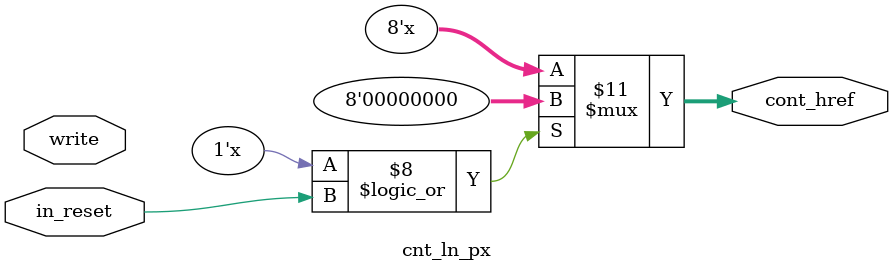
<source format=v>
`timescale 1ns / 1ps
module cnt_ln_px(input write,input in_reset,output reg [7:0] cont_href=0
    );
always @(*) 
begin	 
if(write==1 & cont_href<123) //PL ES LA SEÑAL Z QUE PIDE AUMENTAR CONTADOR
begin//1
cont_href=cont_href+1;
end//1
if(cont_href==123 || in_reset==1) 
begin//2
cont_href=0;
end//2

end
endmodule

</source>
